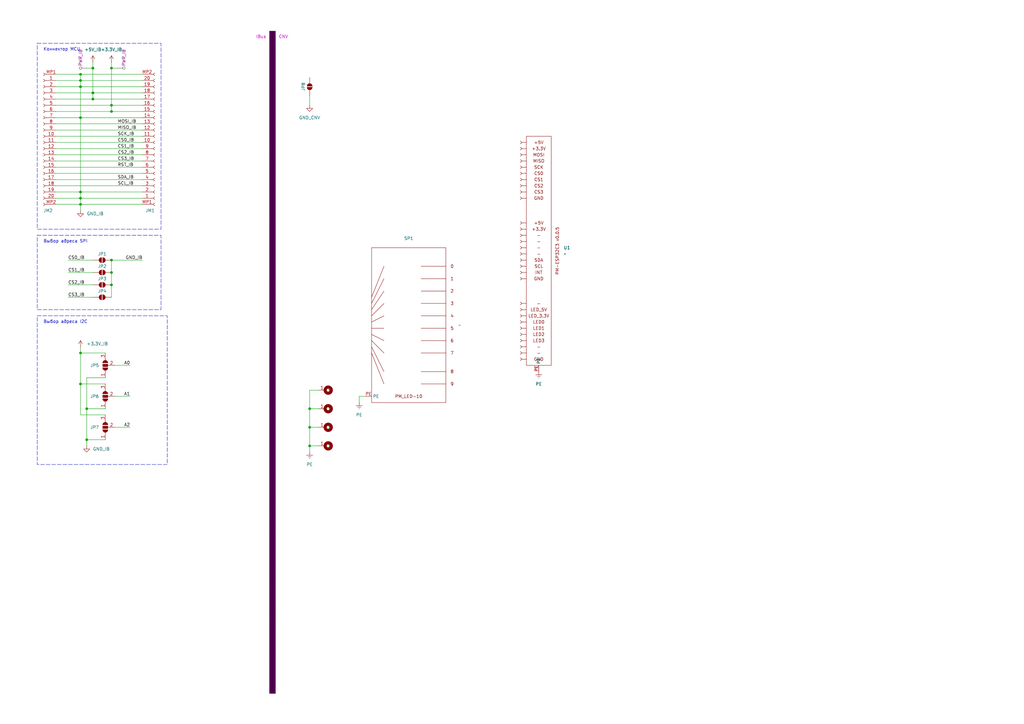
<source format=kicad_sch>
(kicad_sch (version 20250114) (generator "eeschema") (generator_version "9.0")
  (paper "A3")
  (title_block (title "${article} v${version}"))
  (lib_symbols
    (symbol "Jumper:SolderJumper_2_Open" (pin_numbers (hide yes)) (pin_names (offset 0) (hide yes)) (exclude_from_sim yes) (in_bom no)
      (property "Reference" "JP" (at 0 2.032 0))
      (property "Value" "SolderJumper_2_Open" (at 0 -2.54 0))
      (symbol "SolderJumper_2_Open_0_1"
        (polyline (pts (xy -0.254 1.016) (xy -0.254 -1.016)))
        (arc (start -0.254 -1.016) (mid -1.2656 0) (end -0.254 1.016))
        (arc (start -0.254 -1.016) (mid -1.2656 0) (end -0.254 1.016) (fill (type outline)))
        (arc (start 0.254 1.016) (mid 1.2656 0) (end 0.254 -1.016))
        (arc (start 0.254 1.016) (mid 1.2656 0) (end 0.254 -1.016) (fill (type outline)))
        (polyline (pts (xy 0.254 1.016) (xy 0.254 -1.016)))
      )
      (symbol "SolderJumper_2_Open_1_1"
        (pin passive line (at -3.81 0 0) (length 2.54) (name "A") (number "1"))
        (pin passive line (at 3.81 0 180) (length 2.54) (name "B") (number "2"))
      )
    )
    (symbol "kicad_inventree_lib:AFA07-S20FCC-00" (pin_names (offset 1.016) (hide yes))
      (property "Reference" "J" (at 0 15.24 0))
      (property "Value" "AFA07-S20FCC-00" (at -1.016 -48.768 0))
      (symbol "AFA07-S20FCC-00_1_1"
        (polyline (pts (xy -1.27 12.7) (xy -0.508 12.7)) (stroke (width 0.1524)))
        (polyline (pts (xy -1.27 10.16) (xy -0.508 10.16)) (stroke (width 0.1524)))
        (polyline (pts (xy -1.27 7.62) (xy -0.508 7.62)) (stroke (width 0.1524)))
        (polyline (pts (xy -1.27 5.08) (xy -0.508 5.08)) (stroke (width 0.1524)))
        (polyline (pts (xy -1.27 2.54) (xy -0.508 2.54)) (stroke (width 0.1524)))
        (polyline (pts (xy -1.27 0) (xy -0.508 0)) (stroke (width 0.1524)))
        (polyline (pts (xy -1.27 -2.54) (xy -0.508 -2.54)) (stroke (width 0.1524)))
        (polyline (pts (xy -1.27 -5.08) (xy -0.508 -5.08)) (stroke (width 0.1524)))
        (polyline (pts (xy -1.27 -7.62) (xy -0.508 -7.62)) (stroke (width 0.1524)))
        (polyline (pts (xy -1.27 -10.16) (xy -0.508 -10.16)) (stroke (width 0.1524)))
        (polyline (pts (xy -1.27 -12.7) (xy -0.508 -12.7)) (stroke (width 0.1524)))
        (polyline (pts (xy -1.27 -15.24) (xy -0.508 -15.24)) (stroke (width 0.1524)))
        (polyline (pts (xy -1.27 -17.78) (xy -0.508 -17.78)) (stroke (width 0.1524)))
        (polyline (pts (xy -1.27 -20.32) (xy -0.508 -20.32)) (stroke (width 0.1524)))
        (polyline (pts (xy -1.27 -22.86) (xy -0.508 -22.86)) (stroke (width 0.1524)))
        (polyline (pts (xy -1.27 -25.4) (xy -0.508 -25.4)) (stroke (width 0.1524)))
        (polyline (pts (xy -1.27 -27.94) (xy -0.508 -27.94)) (stroke (width 0.1524)))
        (polyline (pts (xy -1.27 -30.48) (xy -0.508 -30.48)) (stroke (width 0.1524)))
        (polyline (pts (xy -1.27 -33.02) (xy -0.508 -33.02)) (stroke (width 0.1524)))
        (polyline (pts (xy -1.27 -35.56) (xy -0.508 -35.56)) (stroke (width 0.1524)))
        (polyline (pts (xy -1.27 -38.1) (xy -0.508 -38.1)) (stroke (width 0.1524)))
        (polyline (pts (xy -1.27 -40.64) (xy -0.508 -40.64)) (stroke (width 0.1524)))
        (arc (start 0 12.192) (mid -0.5058 12.7) (end 0 13.208) (stroke (width 0.1524)))
        (arc (start 0 9.652) (mid -0.5058 10.16) (end 0 10.668) (stroke (width 0.1524)))
        (arc (start 0 7.112) (mid -0.5058 7.62) (end 0 8.128) (stroke (width 0.1524)))
        (arc (start 0 4.572) (mid -0.5058 5.08) (end 0 5.588) (stroke (width 0.1524)))
        (arc (start 0 2.032) (mid -0.5058 2.54) (end 0 3.048) (stroke (width 0.1524)))
        (arc (start 0 -0.508) (mid -0.5058 0) (end 0 0.508) (stroke (width 0.1524)))
        (arc (start 0 -3.048) (mid -0.5058 -2.54) (end 0 -2.032) (stroke (width 0.1524)))
        (arc (start 0 -5.588) (mid -0.5058 -5.08) (end 0 -4.572) (stroke (width 0.1524)))
        (arc (start 0 -8.128) (mid -0.5058 -7.62) (end 0 -7.112) (stroke (width 0.1524)))
        (arc (start 0 -10.668) (mid -0.5058 -10.16) (end 0 -9.652) (stroke (width 0.1524)))
        (arc (start 0 -13.208) (mid -0.5058 -12.7) (end 0 -12.192) (stroke (width 0.1524)))
        (arc (start 0 -15.748) (mid -0.5058 -15.24) (end 0 -14.732) (stroke (width 0.1524)))
        (arc (start 0 -18.288) (mid -0.5058 -17.78) (end 0 -17.272) (stroke (width 0.1524)))
        (arc (start 0 -20.828) (mid -0.5058 -20.32) (end 0 -19.812) (stroke (width 0.1524)))
        (arc (start 0 -23.368) (mid -0.5058 -22.86) (end 0 -22.352) (stroke (width 0.1524)))
        (arc (start 0 -25.908) (mid -0.5058 -25.4) (end 0 -24.892) (stroke (width 0.1524)))
        (arc (start 0 -28.448) (mid -0.5058 -27.94) (end 0 -27.432) (stroke (width 0.1524)))
        (arc (start 0 -30.988) (mid -0.5058 -30.48) (end 0 -29.972) (stroke (width 0.1524)))
        (arc (start 0 -33.528) (mid -0.5058 -33.02) (end 0 -32.512) (stroke (width 0.1524)))
        (arc (start 0 -36.068) (mid -0.5058 -35.56) (end 0 -35.052) (stroke (width 0.1524)))
        (arc (start 0 -38.608) (mid -0.5058 -38.1) (end 0 -37.592) (stroke (width 0.1524)))
        (arc (start 0 -41.148) (mid -0.5058 -40.64) (end 0 -40.132) (stroke (width 0.1524)))
        (pin passive line (at -5.08 12.7 0) (length 3.81) (name "Pin_11") (number "MP1"))
        (pin passive line (at -5.08 10.16 0) (length 3.81) (name "Pin_1") (number "1"))
        (pin passive line (at -5.08 7.62 0) (length 3.81) (name "Pin_2") (number "2"))
        (pin passive line (at -5.08 5.08 0) (length 3.81) (name "Pin_3") (number "3"))
        (pin passive line (at -5.08 2.54 0) (length 3.81) (name "Pin_4") (number "4"))
        (pin passive line (at -5.08 0 0) (length 3.81) (name "Pin_5") (number "5"))
        (pin passive line (at -5.08 -2.54 0) (length 3.81) (name "Pin_6") (number "6"))
        (pin passive line (at -5.08 -5.08 0) (length 3.81) (name "Pin_7") (number "7"))
        (pin passive line (at -5.08 -7.62 0) (length 3.81) (name "Pin_8") (number "8"))
        (pin passive line (at -5.08 -10.16 0) (length 3.81) (name "Pin_9") (number "9"))
        (pin passive line (at -5.08 -12.7 0) (length 3.81) (name "Pin_10") (number "10"))
        (pin passive line (at -5.08 -15.24 0) (length 3.81) (name "Pin_11") (number "11"))
        (pin passive line (at -5.08 -17.78 0) (length 3.81) (name "Pin_11") (number "12"))
        (pin passive line (at -5.08 -20.32 0) (length 3.81) (name "Pin_11") (number "13"))
        (pin passive line (at -5.08 -22.86 0) (length 3.81) (name "Pin_11") (number "14"))
        (pin passive line (at -5.08 -25.4 0) (length 3.81) (name "Pin_11") (number "15"))
        (pin passive line (at -5.08 -27.94 0) (length 3.81) (name "Pin_11") (number "16"))
        (pin passive line (at -5.08 -30.48 0) (length 3.81) (name "Pin_11") (number "17"))
        (pin passive line (at -5.08 -33.02 0) (length 3.81) (name "Pin_11") (number "18"))
        (pin passive line (at -5.08 -35.56 0) (length 3.81) (name "Pin_11") (number "19"))
        (pin passive line (at -5.08 -38.1 0) (length 3.81) (name "Pin_11") (number "20"))
        (pin passive line (at -5.08 -40.64 0) (length 3.81) (name "Pin_11") (number "MP2"))
      )
    )
    (symbol "kicad_inventree_lib:MountingHole_M4" (pin_names (offset 1.016)) (exclude_from_sim yes) (in_bom no)
      (symbol "MountingHole_M4_0_1"
        (circle (center 0 0) (radius 1.27) (stroke (width 1.27)))
      )
      (symbol "MountingHole_M4_1_1"
        (pin input line (at 0 -3.81 90) (length 2.54) (name "1") (number "1"))
      )
    )
    (symbol "kicad_inventree_lib:PM-ESP32C3_v0.0.7" (in_bom no)
      (property "Reference" "U" (at 10.16 -49.53 0))
      (symbol "PM-ESP32C3_v0.0.7_0_1"
        (rectangle (start -5.08 -2.54) (end 5.08 -96.52))
      )
      (symbol "PM-ESP32C3_v0.0.7_1_1"
        (arc (start -7.6178 -4.572) (mid -7.112 -5.08) (end -7.6178 -5.588) (stroke (width 0.1524)))
        (arc (start -7.6178 -7.112) (mid -7.112 -7.62) (end -7.6178 -8.128) (stroke (width 0.1524)))
        (arc (start -7.6178 -9.652) (mid -7.112 -10.16) (end -7.6178 -10.668) (stroke (width 0.1524)))
        (arc (start -7.6178 -12.192) (mid -7.112 -12.7) (end -7.6178 -13.208) (stroke (width 0.1524)))
        (arc (start -7.6178 -14.732) (mid -7.112 -15.24) (end -7.6178 -15.748) (stroke (width 0.1524)))
        (arc (start -7.6178 -17.272) (mid -7.112 -17.78) (end -7.6178 -18.288) (stroke (width 0.1524)))
        (arc (start -7.6178 -19.812) (mid -7.112 -20.32) (end -7.6178 -20.828) (stroke (width 0.1524)))
        (arc (start -7.6178 -22.352) (mid -7.112 -22.86) (end -7.6178 -23.368) (stroke (width 0.1524)))
        (arc (start -7.6178 -24.892) (mid -7.112 -25.4) (end -7.6178 -25.908) (stroke (width 0.1524)))
        (arc (start -7.6178 -27.432) (mid -7.112 -27.94) (end -7.6178 -28.448) (stroke (width 0.1524)))
        (arc (start -7.6178 -37.592) (mid -7.112 -38.1) (end -7.6178 -38.608) (stroke (width 0.1524)))
        (arc (start -7.6178 -40.132) (mid -7.112 -40.64) (end -7.6178 -41.148) (stroke (width 0.1524)))
        (arc (start -7.6178 -42.672) (mid -7.112 -43.18) (end -7.6178 -43.688) (stroke (width 0.1524)))
        (arc (start -7.6178 -45.212) (mid -7.112 -45.72) (end -7.6178 -46.228) (stroke (width 0.1524)))
        (arc (start -7.6178 -47.752) (mid -7.112 -48.26) (end -7.6178 -48.768) (stroke (width 0.1524)))
        (arc (start -7.6178 -50.292) (mid -7.112 -50.8) (end -7.6178 -51.308) (stroke (width 0.1524)))
        (arc (start -7.6178 -52.832) (mid -7.112 -53.34) (end -7.6178 -53.848) (stroke (width 0.1524)))
        (arc (start -7.6178 -55.372) (mid -7.112 -55.88) (end -7.6178 -56.388) (stroke (width 0.1524)))
        (arc (start -7.6178 -57.912) (mid -7.112 -58.42) (end -7.6178 -58.928) (stroke (width 0.1524)))
        (arc (start -7.6178 -60.452) (mid -7.112 -60.96) (end -7.6178 -61.468) (stroke (width 0.1524)))
        (arc (start -7.6178 -70.612) (mid -7.112 -71.12) (end -7.6178 -71.628) (stroke (width 0.1524)))
        (arc (start -7.6178 -73.152) (mid -7.112 -73.66) (end -7.6178 -74.168) (stroke (width 0.1524)))
        (arc (start -7.6178 -75.692) (mid -7.112 -76.2) (end -7.6178 -76.708) (stroke (width 0.1524)))
        (arc (start -7.6178 -78.232) (mid -7.112 -78.74) (end -7.6178 -79.248) (stroke (width 0.1524)))
        (arc (start -7.6178 -80.772) (mid -7.112 -81.28) (end -7.6178 -81.788) (stroke (width 0.1524)))
        (arc (start -7.6178 -83.312) (mid -7.112 -83.82) (end -7.6178 -84.328) (stroke (width 0.1524)))
        (arc (start -7.6178 -85.852) (mid -7.112 -86.36) (end -7.6178 -86.868) (stroke (width 0.1524)))
        (arc (start -7.6178 -88.392) (mid -7.112 -88.9) (end -7.6178 -89.408) (stroke (width 0.1524)))
        (arc (start -7.6178 -90.932) (mid -7.112 -91.44) (end -7.6178 -91.948) (stroke (width 0.1524)))
        (arc (start -7.6178 -93.472) (mid -7.112 -93.98) (end -7.6178 -94.488) (stroke (width 0.1524)))
        (polyline (pts (xy -5.08 -5.08) (xy -7.1098 -5.08)) (stroke (width 0.1524)))
        (polyline (pts (xy -5.08 -7.62) (xy -7.1098 -7.62)) (stroke (width 0.1524)))
        (polyline (pts (xy -5.08 -10.16) (xy -7.1098 -10.16)) (stroke (width 0.1524)))
        (polyline (pts (xy -5.08 -12.7) (xy -7.1098 -12.7)) (stroke (width 0.1524)))
        (polyline (pts (xy -5.08 -15.24) (xy -7.1098 -15.24)) (stroke (width 0.1524)))
        (polyline (pts (xy -5.08 -17.78) (xy -7.1098 -17.78)) (stroke (width 0.1524)))
        (polyline (pts (xy -5.08 -20.32) (xy -7.1098 -20.32)) (stroke (width 0.1524)))
        (polyline (pts (xy -5.08 -22.86) (xy -7.1098 -22.86)) (stroke (width 0.1524)))
        (polyline (pts (xy -5.08 -25.4) (xy -7.1098 -25.4)) (stroke (width 0.1524)))
        (polyline (pts (xy -5.08 -27.94) (xy -7.1098 -27.94)) (stroke (width 0.1524)))
        (polyline (pts (xy -5.08 -38.1) (xy -7.1098 -38.1)) (stroke (width 0.1524)))
        (polyline (pts (xy -5.08 -40.64) (xy -7.1098 -40.64)) (stroke (width 0.1524)))
        (polyline (pts (xy -5.08 -43.18) (xy -7.1098 -43.18)) (stroke (width 0.1524)))
        (polyline (pts (xy -5.08 -45.72) (xy -7.1098 -45.72)) (stroke (width 0.1524)))
        (polyline (pts (xy -5.08 -48.26) (xy -7.1098 -48.26)) (stroke (width 0.1524)))
        (polyline (pts (xy -5.08 -50.8) (xy -7.1098 -50.8)) (stroke (width 0.1524)))
        (polyline (pts (xy -5.08 -53.34) (xy -7.1098 -53.34)) (stroke (width 0.1524)))
        (polyline (pts (xy -5.08 -55.88) (xy -7.1098 -55.88)) (stroke (width 0.1524)))
        (polyline (pts (xy -5.08 -58.42) (xy -7.1098 -58.42)) (stroke (width 0.1524)))
        (polyline (pts (xy -5.08 -60.96) (xy -7.1098 -60.96)) (stroke (width 0.1524)))
        (polyline (pts (xy -5.08 -71.12) (xy -7.1098 -71.12)) (stroke (width 0.1524)))
        (polyline (pts (xy -5.08 -73.66) (xy -7.1098 -73.66)) (stroke (width 0.1524)))
        (polyline (pts (xy -5.08 -76.2) (xy -7.1098 -76.2)) (stroke (width 0.1524)))
        (polyline (pts (xy -5.08 -78.74) (xy -7.1098 -78.74)) (stroke (width 0.1524)))
        (polyline (pts (xy -5.08 -81.28) (xy -7.1098 -81.28)) (stroke (width 0.1524)))
        (polyline (pts (xy -5.08 -83.82) (xy -7.1098 -83.82)) (stroke (width 0.1524)))
        (polyline (pts (xy -5.08 -86.36) (xy -7.1098 -86.36)) (stroke (width 0.1524)))
        (polyline (pts (xy -5.08 -88.9) (xy -7.1098 -88.9)) (stroke (width 0.1524)))
        (polyline (pts (xy -5.08 -91.44) (xy -7.1098 -91.44)) (stroke (width 0.1524)))
        (polyline (pts (xy -5.08 -93.98) (xy -7.1098 -93.98)) (stroke (width 0.1524)))
        (text "+5V" (at 0 -5.08 0) (effects (font (size 1.27 1.27))))
        (text "+3.3V" (at 0 -7.62 0) (effects (font (size 1.27 1.27))))
        (text "MOSI" (at 0 -10.16 0) (effects (font (size 1.27 1.27))))
        (text "MISO" (at 0 -12.7 0) (effects (font (size 1.27 1.27))))
        (text "SCK" (at 0 -15.24 0) (effects (font (size 1.27 1.27))))
        (text "CS0" (at 0 -17.78 0) (effects (font (size 1.27 1.27))))
        (text "CS1" (at 0 -20.32 0) (effects (font (size 1.27 1.27))))
        (text "CS2" (at 0 -22.86 0) (effects (font (size 1.27 1.27))))
        (text "CS3" (at 0 -25.4 0) (effects (font (size 1.27 1.27))))
        (text "GND" (at 0 -27.94 0) (effects (font (size 1.27 1.27))))
        (text "+5V" (at 0 -38.1 0) (effects (font (size 1.27 1.27))))
        (text "+3.3V" (at 0 -40.64 0) (effects (font (size 1.27 1.27))))
        (text "-" (at 0 -43.18 0) (effects (font (size 1.27 1.27))))
        (text "-" (at 0 -45.72 0) (effects (font (size 1.27 1.27))))
        (text "-" (at 0 -48.26 0) (effects (font (size 1.27 1.27))))
        (text "-" (at 0 -50.8 0) (effects (font (size 1.27 1.27))))
        (text "SDA" (at 0 -53.34 0) (effects (font (size 1.27 1.27))))
        (text "SCL" (at 0 -55.88 0) (effects (font (size 1.27 1.27))))
        (text "INT" (at 0 -58.42 0) (effects (font (size 1.27 1.27))))
        (text "GND" (at 0 -60.96 0) (effects (font (size 1.27 1.27))))
        (text "-" (at 0 -71.12 0) (effects (font (size 1.27 1.27))))
        (text "LED_5V" (at 0 -73.66 0) (effects (font (size 1.27 1.27))))
        (text "LED_3.3V" (at 0 -76.2 0) (effects (font (size 1.27 1.27))))
        (text "LED0" (at 0 -78.74 0) (effects (font (size 1.27 1.27))))
        (text "LED1" (at 0 -81.28 0) (effects (font (size 1.27 1.27))))
        (text "LED2" (at 0 -83.82 0) (effects (font (size 1.27 1.27))))
        (text "LED3" (at 0 -86.36 0) (effects (font (size 1.27 1.27))))
        (text "-" (at 0 -88.9 0) (effects (font (size 1.27 1.27))))
        (text "-" (at 0 -91.44 0) (effects (font (size 1.27 1.27))))
        (text "GND" (at 0 -93.98 0) (effects (font (size 1.27 1.27))))
        (text "PM-ESP32C3 v0.0.5" (at 7.62 -49.53 900) (effects (font (size 1.27 1.27))))
        (pin input line (at 0 -99.06 90) (length 2.54) (name "PE") (number "PE"))
      )
    )
    (symbol "kicad_inventree_lib:PMLED-10-v0.0.2"
      (property "Reference" "SP" (at 0 3.81 0))
      (symbol "PMLED-10-v0.0.2_0_1"
        (rectangle (start -15.24 0) (end 15.24 -63.5))
        (polyline (pts (xy -15.24 -20.32) (xy -10.16 -7.62)))
        (polyline (pts (xy -15.24 -22.86) (xy -10.16 -12.7)))
        (polyline (pts (xy -15.24 -25.4) (xy -10.16 -17.78)))
        (polyline (pts (xy -15.24 -27.94) (xy -10.16 -22.86)))
        (polyline (pts (xy -15.24 -30.48) (xy -10.16 -27.94)))
        (polyline (pts (xy -15.24 -33.02) (xy -10.16 -33.02)))
        (polyline (pts (xy -15.24 -35.56) (xy -10.16 -38.1)))
        (polyline (pts (xy -15.24 -38.1) (xy -10.16 -43.18)))
        (polyline (pts (xy -15.24 -40.64) (xy -10.16 -50.8)))
        (polyline (pts (xy -15.24 -43.18) (xy -10.16 -55.88)))
        (polyline (pts (xy 5.08 -7.62) (xy 15.24 -7.62)))
        (polyline (pts (xy 5.08 -12.7) (xy 15.24 -12.7)))
        (polyline (pts (xy 5.08 -17.78) (xy 15.24 -17.78)))
        (polyline (pts (xy 5.08 -22.86) (xy 15.24 -22.86)))
        (polyline (pts (xy 5.08 -27.94) (xy 15.24 -27.94)))
        (polyline (pts (xy 5.08 -33.02) (xy 15.24 -33.02)))
        (polyline (pts (xy 5.08 -38.1) (xy 15.24 -38.1)))
        (polyline (pts (xy 5.08 -43.18) (xy 15.24 -43.18)))
        (polyline (pts (xy 5.08 -50.8) (xy 15.24 -50.8)))
        (polyline (pts (xy 5.08 -55.88) (xy 15.24 -55.88)))
      )
      (symbol "PMLED-10-v0.0.2_1_1"
        (text "PM_LED-10" (at 0 -60.96 0) (effects (font (size 1.27 1.27))))
        (text "0" (at 17.78 -7.62 0) (effects (font (size 1.27 1.27))))
        (text "1" (at 17.78 -12.7 0) (effects (font (size 1.27 1.27))))
        (text "2" (at 17.78 -17.78 0) (effects (font (size 1.27 1.27))))
        (text "3" (at 17.78 -22.86 0) (effects (font (size 1.27 1.27))))
        (text "4" (at 17.78 -27.94 0) (effects (font (size 1.27 1.27))))
        (text "5" (at 17.78 -33.02 0) (effects (font (size 1.27 1.27))))
        (text "6" (at 17.78 -38.1 0) (effects (font (size 1.27 1.27))))
        (text "7" (at 17.78 -43.18 0) (effects (font (size 1.27 1.27))))
        (text "8" (at 17.78 -50.8 0) (effects (font (size 1.27 1.27))))
        (text "9" (at 17.78 -55.88 0) (effects (font (size 1.27 1.27))))
        (pin input line (at -17.78 -60.96 0) (length 2.54) (name "PE") (number "PE"))
      )
    )
    (symbol "kicad_inventree_lib:SolderJumper_3_Open" (pin_names (offset 0) (hide yes)) (in_bom no)
      (property "Reference" "JP" (at -2.54 -2.54 0))
      (property "Value" "SolderJumper_3_Open" (at 0 2.794 0))
      (symbol "SolderJumper_3_Open_0_1"
        (polyline (pts (xy -2.54 0) (xy -2.032 0)))
        (polyline (pts (xy -1.016 1.016) (xy -1.016 -1.016)))
        (arc (start -1.016 -1.016) (mid -2.0276 0) (end -1.016 1.016))
        (arc (start -1.016 -1.016) (mid -2.0276 0) (end -1.016 1.016) (fill (type outline)))
        (rectangle (start -0.508 1.016) (end 0.508 -1.016) (fill (type outline)))
        (polyline (pts (xy 0 -1.27) (xy 0 -1.016)))
        (arc (start 1.016 1.016) (mid 2.0276 0) (end 1.016 -1.016))
        (arc (start 1.016 1.016) (mid 2.0276 0) (end 1.016 -1.016) (fill (type outline)))
        (polyline (pts (xy 1.016 1.016) (xy 1.016 -1.016)))
        (polyline (pts (xy 2.54 0) (xy 2.032 0)))
      )
      (symbol "SolderJumper_3_Open_1_1"
        (pin passive line (at -5.08 0 0) (length 2.54) (name "A") (number "1"))
        (pin passive line (at 0 -3.81 90) (length 2.54) (name "C") (number "2"))
        (pin passive line (at 5.08 0 180) (length 2.54) (name "B") (number "3"))
      )
    )
    (symbol "power:+5V" (power) (pin_numbers (hide yes)) (pin_names (offset 0) (hide yes))
      (property "Value" "+5V" (at 0 3.556 0))
      (symbol "+5V_0_1"
        (polyline (pts (xy -0.762 1.27) (xy 0 2.54)))
        (polyline (pts (xy 0 2.54) (xy 0.762 1.27)))
        (polyline (pts (xy 0 0) (xy 0 2.54)))
      )
      (symbol "+5V_1_1"
        (pin power_in line (at 0 0 90) (length 0) (name "~") (number "1"))
      )
    )
    (symbol "power:Earth" (power) (pin_numbers (hide yes)) (pin_names (offset 0) (hide yes))
      (property "Value" "Earth" (at 0 -3.81 0))
      (symbol "Earth_0_1"
        (polyline (pts (xy -0.635 -1.905) (xy 0.635 -1.905)))
        (polyline (pts (xy -0.127 -2.54) (xy 0.127 -2.54)))
        (polyline (pts (xy 0 -1.27) (xy 0 0)))
        (polyline (pts (xy 1.27 -1.27) (xy -1.27 -1.27)))
      )
      (symbol "Earth_1_1"
        (pin power_in line (at 0 0 270) (length 0) (name "~") (number "1"))
      )
    )
    (symbol "power:GND" (power) (pin_numbers (hide yes)) (pin_names (offset 0) (hide yes))
      (property "Value" "GND" (at 0 -3.81 0))
      (symbol "GND_0_1"
        (polyline (pts (xy 0 0) (xy 0 -1.27) (xy 1.27 -1.27) (xy 0 -2.54) (xy -1.27 -1.27) (xy 0 -1.27)))
      )
      (symbol "GND_1_1"
        (pin power_in line (at 0 0 270) (length 0) (name "~") (number "1"))
      )
    )
  )
  (rectangle (start 110.49 12.7) (end 113.03 284.48) (stroke (width 0) (type dot) (color 72 0 72 1)) (fill (type color) (color 72 0 72 1)))
  (rectangle (start 15.24 17.78) (end 66.04 93.98) (stroke (width 0) (type dash)))
  (rectangle (start 15.24 129.54) (end 68.58 190.5) (stroke (width 0) (type dash)))
  (rectangle (start 15.24 96.52) (end 66.04 127) (stroke (width 0) (type dash)))
  (text "IBus" (at 109.22 15.24 0) (effects (font (size 1.27 1.27)) (justify right)))
  (text "Выбор адреса I2C" (at 17.78 132.08 0) (effects (font (size 1.27 1.27)) (justify left)))
  (text "CNV" (at 114.3 15.24 0) (effects (font (size 1.27 1.27)) (justify left)))
  (text "Выбор адреса SPI" (at 17.78 99.06 0) (effects (font (size 1.27 1.27)) (justify left)))
  (text "Коннектор MCU" (at 17.78 20.32 0) (effects (font (size 1.27 1.27)) (justify left)))
  (junction (at 38.1 38.1))
  (junction (at 33.02 35.56))
  (junction (at 127 175.26))
  (junction (at 127 182.88))
  (junction (at 45.72 116.84))
  (junction (at 35.56 180.34))
  (junction (at 45.72 45.72))
  (junction (at 33.02 157.48))
  (junction (at 33.02 144.78))
  (junction (at 33.02 83.82))
  (junction (at 33.02 33.02))
  (junction (at 127 167.64))
  (junction (at 45.72 27.94))
  (junction (at 33.02 48.26))
  (junction (at 45.72 111.76))
  (junction (at 45.72 106.68))
  (junction (at 35.56 167.64))
  (junction (at 33.02 78.74))
  (junction (at 33.02 30.48))
  (junction (at 38.1 27.94))
  (junction (at 45.72 43.18))
  (junction (at 33.02 81.28))
  (junction (at 38.1 40.64))
  (wire (pts (xy 127 182.88) (xy 130.81 182.88)))
  (wire (pts (xy 33.02 35.56) (xy 33.02 48.26)))
  (wire (pts (xy 22.86 71.12) (xy 58.42 71.12)))
  (wire (pts (xy 45.72 111.76) (xy 45.72 116.84)))
  (wire (pts (xy 33.02 83.82) (xy 58.42 83.82)))
  (wire (pts (xy 43.18 157.48) (xy 33.02 157.48)))
  (wire (pts (xy 22.86 38.1) (xy 38.1 38.1)))
  (wire (pts (xy 27.94 111.76) (xy 38.1 111.76)))
  (wire (pts (xy 38.1 38.1) (xy 38.1 40.64)))
  (wire (pts (xy 33.02 157.48) (xy 33.02 144.78)))
  (wire (pts (xy 22.86 35.56) (xy 33.02 35.56)))
  (wire (pts (xy 22.86 55.88) (xy 58.42 55.88)))
  (wire (pts (xy 27.94 121.92) (xy 38.1 121.92)))
  (wire (pts (xy 22.86 53.34) (xy 58.42 53.34)))
  (wire (pts (xy 33.02 81.28) (xy 33.02 83.82)))
  (wire (pts (xy 43.18 167.64) (xy 35.56 167.64)))
  (wire (pts (xy 33.02 81.28) (xy 58.42 81.28)))
  (wire (pts (xy 33.02 78.74) (xy 58.42 78.74)))
  (wire (pts (xy 33.02 78.74) (xy 33.02 81.28)))
  (wire (pts (xy 38.1 40.64) (xy 58.42 40.64)))
  (wire (pts (xy 22.86 78.74) (xy 33.02 78.74)))
  (wire (pts (xy 45.72 27.94) (xy 45.72 43.18)))
  (wire (pts (xy 38.1 25.4) (xy 38.1 27.94)))
  (wire (pts (xy 35.56 180.34) (xy 35.56 182.88)))
  (wire (pts (xy 130.81 160.02) (xy 127 160.02)))
  (wire (pts (xy 22.86 68.58) (xy 58.42 68.58)))
  (wire (pts (xy 33.02 33.02) (xy 58.42 33.02)))
  (wire (pts (xy 33.02 170.18) (xy 33.02 157.48)))
  (wire (pts (xy 22.86 58.42) (xy 58.42 58.42)))
  (wire (pts (xy 130.81 175.26) (xy 127 175.26)))
  (wire (pts (xy 33.02 48.26) (xy 58.42 48.26)))
  (wire (pts (xy 45.72 106.68) (xy 58.42 106.68)))
  (wire (pts (xy 22.86 73.66) (xy 58.42 73.66)))
  (wire (pts (xy 22.86 76.2) (xy 58.42 76.2)))
  (wire (pts (xy 33.02 83.82) (xy 33.02 86.36)))
  (wire (pts (xy 22.86 60.96) (xy 58.42 60.96)))
  (wire (pts (xy 43.18 170.18) (xy 33.02 170.18)))
  (wire (pts (xy 22.86 30.48) (xy 33.02 30.48)))
  (wire (pts (xy 27.94 116.84) (xy 38.1 116.84)))
  (wire (pts (xy 43.18 180.34) (xy 35.56 180.34)))
  (wire (pts (xy 33.02 30.48) (xy 58.42 30.48)))
  (wire (pts (xy 45.72 45.72) (xy 58.42 45.72)))
  (wire (pts (xy 22.86 81.28) (xy 33.02 81.28)))
  (wire (pts (xy 147.32 162.56) (xy 147.32 165.1)))
  (wire (pts (xy 22.86 45.72) (xy 45.72 45.72)))
  (wire (pts (xy 22.86 50.8) (xy 58.42 50.8)))
  (wire (pts (xy 130.81 167.64) (xy 127 167.64)))
  (wire (pts (xy 38.1 38.1) (xy 58.42 38.1)))
  (wire (pts (xy 33.02 142.24) (xy 33.02 144.78)))
  (wire (pts (xy 35.56 154.94) (xy 35.56 167.64)))
  (wire (pts (xy 127 160.02) (xy 127 167.64)))
  (wire (pts (xy 45.72 106.68) (xy 45.72 111.76)))
  (wire (pts (xy 22.86 48.26) (xy 33.02 48.26)))
  (wire (pts (xy 43.18 154.94) (xy 35.56 154.94)))
  (wire (pts (xy 127 185.42) (xy 127 182.88)))
  (wire (pts (xy 33.02 33.02) (xy 33.02 35.56)))
  (wire (pts (xy 22.86 40.64) (xy 38.1 40.64)))
  (wire (pts (xy 22.86 43.18) (xy 45.72 43.18)))
  (wire (pts (xy 33.02 48.26) (xy 33.02 78.74)))
  (wire (pts (xy 38.1 27.94) (xy 38.1 38.1)))
  (wire (pts (xy 45.72 43.18) (xy 45.72 45.72)))
  (wire (pts (xy 22.86 33.02) (xy 33.02 33.02)))
  (wire (pts (xy 46.99 175.26) (xy 53.34 175.26)))
  (wire (pts (xy 149.86 162.56) (xy 147.32 162.56)))
  (wire (pts (xy 33.02 35.56) (xy 58.42 35.56)))
  (wire (pts (xy 46.99 149.86) (xy 53.34 149.86)))
  (wire (pts (xy 45.72 25.4) (xy 45.72 27.94)))
  (wire (pts (xy 45.72 116.84) (xy 45.72 121.92)))
  (wire (pts (xy 22.86 83.82) (xy 33.02 83.82)))
  (wire (pts (xy 22.86 66.04) (xy 58.42 66.04)))
  (wire (pts (xy 46.99 162.56) (xy 53.34 162.56)))
  (wire (pts (xy 27.94 106.68) (xy 38.1 106.68)))
  (wire (pts (xy 35.56 27.94) (xy 38.1 27.94)))
  (wire (pts (xy 22.86 63.5) (xy 58.42 63.5)))
  (wire (pts (xy 35.56 167.64) (xy 35.56 180.34)))
  (wire (pts (xy 33.02 30.48) (xy 33.02 33.02)))
  (wire (pts (xy 33.02 144.78) (xy 43.18 144.78)))
  (wire (pts (xy 127 167.64) (xy 127 175.26)))
  (wire (pts (xy 127 39.37) (xy 127 43.18)))
  (wire (pts (xy 45.72 43.18) (xy 58.42 43.18)))
  (wire (pts (xy 48.26 27.94) (xy 45.72 27.94)))
  (wire (pts (xy 127 175.26) (xy 127 182.88)))
  (label "SCL_IB" (at 48.26 76.2 0))
  (label "SDA_IB" (at 48.26 73.66 0))
  (label "CS3_IB" (at 27.94 121.92 0))
  (label "A1" (at 53.34 162.56 180))
  (label "CS0_IB" (at 27.94 106.68 0))
  (label "A2" (at 53.34 175.26 180))
  (label "CS2_IB" (at 27.94 116.84 0))
  (label "CS0_IB" (at 48.26 58.42 0))
  (label "MISO_IB" (at 48.26 53.34 0))
  (label "GND_IB" (at 58.42 106.68 180))
  (label "MOSI_IB" (at 48.26 50.8 0))
  (label "A0" (at 53.34 149.86 180))
  (label "CS1_IB" (at 48.26 60.96 0))
  (label "CS3_IB" (at 48.26 66.04 0))
  (label "SCK_IB" (at 48.26 55.88 0))
  (label "CS2_IB" (at 48.26 63.5 0))
  (label "CS1_IB" (at 27.94 111.76 0))
  (label "RST_IB" (at 48.26 68.58 0))
  (netclass_flag "" (length 2.54) (shape round) (at 35.56 27.94 90) (property "Netclass" "PWR_IB" (at 33.02 27.2415 90) (effects (font (italic yes)) (justify left))))
  (netclass_flag "" (length 2.54) (shape round) (at 48.26 27.94 270) (property "Netclass" "PWR_IB" (at 50.8 27.2415 90) (effects (font (italic yes)) (justify left))))
  (symbol (lib_id "power:GND") (at 127 43.18 0) (unit 1)
    (property "Reference" "#PWR06" (effects (hide yes)))
    (property "Value" "GND_CNV" (at 127 48.26 0))
    (property "Description" "Power symbol creates a global label with name \"GND\" , ground" (effects (hide yes)))
  )
  (symbol (lib_id "Jumper:SolderJumper_2_Open") (at 41.91 111.76 0) (unit 1) (exclude_from_sim yes) (in_bom no)
    (property "Reference" "JP2" (at 41.91 109.22 0))
    (property "Value" "SolderJumper_2_Open" (effects (hide yes)))
    (property "Footprint" "Jumper:SolderJumper-2_P1.3mm_Open_RoundedPad1.0x1.5mm" (effects (hide yes)))
    (property "Description" "Solder Jumper, 2-pole, open" (effects (hide yes)))
  )
  (symbol (lib_id "power:+5V") (at 45.72 25.4 0) (unit 1)
    (property "Reference" "#PWR02" (effects (hide yes)))
    (property "Value" "+3.3V_IB" (at 45.72 20.32 0))
    (property "Description" "Power symbol creates a global label with name \"+5V\"" (effects (hide yes)))
  )
  (symbol (lib_id "Jumper:SolderJumper_2_Open") (at 41.91 116.84 0) (unit 1) (exclude_from_sim yes) (in_bom no)
    (property "Reference" "JP3" (at 41.91 114.3 0))
    (property "Value" "SolderJumper_2_Open" (effects (hide yes)))
    (property "Footprint" "Jumper:SolderJumper-2_P1.3mm_Open_RoundedPad1.0x1.5mm" (effects (hide yes)))
    (property "Description" "Solder Jumper, 2-pole, open" (effects (hide yes)))
  )
  (symbol (lib_id "kicad_inventree_lib:PM-ESP32C3_v0.0.7") (at 220.98 53.34 0) (unit 1) (in_bom no)
    (property "Reference" "U1" (at 231.14 101.5999 0) (effects (justify left)))
    (property "Value" "~" (at 231.14 104.1399 0) (effects (justify left)))
    (property "Footprint" "kicad_inventree_lib:PM-ESP32C3_v0.0.7" (effects (hide yes)))
    (property "part_ipn" "PM_MCU-ESP32_C3-v0.0.7" (effects (hide yes)))
  )
  (symbol (lib_id "Jumper:SolderJumper_2_Open") (at 127 35.56 90) (unit 1) (exclude_from_sim yes) (in_bom no)
    (property "Reference" "JP8" (at 124.46 35.56 0))
    (property "Value" "SolderJumper_2_Open" (effects (hide yes)))
    (property "Footprint" "Jumper:SolderJumper-2_P1.3mm_Open_RoundedPad1.0x1.5mm" (effects (hide yes)))
    (property "Description" "Solder Jumper, 2-pole, open" (effects (hide yes)))
  )
  (symbol (lib_id "kicad_inventree_lib:MountingHole_M4") (at 134.62 160.02 270) (unit 1) (exclude_from_sim yes) (in_bom no)
    (property "Reference" "H1" (effects (hide yes)))
    (property "Value" "M4" (effects (hide yes)))
    (property "Footprint" "MountingHole:MountingHole_4.3mm_M4_Pad_Via" (effects (hide yes)))
  )
  (symbol (lib_id "kicad_inventree_lib:MountingHole_M4") (at 134.62 175.26 270) (unit 1) (exclude_from_sim yes) (in_bom no)
    (property "Reference" "H3" (effects (hide yes)))
    (property "Value" "M4" (effects (hide yes)))
    (property "Footprint" "MountingHole:MountingHole_4.3mm_M4_Pad_Via" (effects (hide yes)))
  )
  (symbol (lib_id "power:GND") (at 35.56 182.88 0) (unit 1)
    (property "Reference" "#PWR012" (effects (hide yes)))
    (property "Value" "GND_IB" (at 38.1 184.1499 0) (effects (justify left)))
    (property "Description" "Power symbol creates a global label with name \"GND\" , ground" (effects (hide yes)))
  )
  (symbol (lib_id "power:+5V") (at 38.1 25.4 0) (unit 1)
    (property "Reference" "#PWR01" (effects (hide yes)))
    (property "Value" "+5V_IB" (at 38.1 20.32 0))
    (property "Description" "Power symbol creates a global label with name \"+5V\"" (effects (hide yes)))
  )
  (symbol (lib_id "kicad_inventree_lib:SolderJumper_3_Open") (at 43.18 175.26 90) (unit 1) (in_bom no)
    (property "Reference" "JP7" (at 40.64 175.2599 90) (effects (justify left)))
    (property "Value" "SolderJumper_3_Open" (effects (hide yes)))
    (property "Footprint" "kicad_inventree_lib:SolderJumper-3_P1.3mm_Open_RoundedPad1.0x1.5mm" (effects (hide yes)))
    (property "Description" "Solder Jumper, 3-pole, open" (effects (hide yes)))
  )
  (symbol (lib_id "kicad_inventree_lib:MountingHole_M4") (at 134.62 182.88 270) (unit 1) (exclude_from_sim yes) (in_bom no)
    (property "Reference" "H4" (effects (hide yes)))
    (property "Value" "M4" (effects (hide yes)))
    (property "Footprint" "MountingHole:MountingHole_4.3mm_M4_Pad_Via" (effects (hide yes)))
  )
  (symbol (lib_id "Jumper:SolderJumper_2_Open") (at 41.91 106.68 0) (unit 1) (exclude_from_sim yes) (in_bom no)
    (property "Reference" "JP1" (at 41.91 104.14 0))
    (property "Value" "SolderJumper_2_Open" (effects (hide yes)))
    (property "Footprint" "Jumper:SolderJumper-2_P1.3mm_Open_RoundedPad1.0x1.5mm" (effects (hide yes)))
    (property "Description" "Solder Jumper, 2-pole, open" (effects (hide yes)))
  )
  (symbol (lib_id "Jumper:SolderJumper_2_Open") (at 41.91 121.92 0) (unit 1) (exclude_from_sim yes) (in_bom no)
    (property "Reference" "JP4" (at 41.91 119.38 0))
    (property "Value" "SolderJumper_2_Open" (effects (hide yes)))
    (property "Footprint" "Jumper:SolderJumper-2_P1.3mm_Open_RoundedPad1.0x1.5mm" (effects (hide yes)))
    (property "Description" "Solder Jumper, 2-pole, open" (effects (hide yes)))
  )
  (symbol (lib_id "power:GND") (at 33.02 86.36 0) (unit 1)
    (property "Reference" "#PWR03" (effects (hide yes)))
    (property "Value" "GND_IB" (at 35.56 87.6299 0) (effects (justify left)))
    (property "Description" "Power symbol creates a global label with name \"GND\" , ground" (effects (hide yes)))
  )
  (symbol (lib_id "kicad_inventree_lib:PMLED-10-v0.0.2") (at 167.64 101.6 0) (unit 1)
    (property "Reference" "SP1" (at 167.64 97.79 0))
    (property "Value" "~" (at 187.96 133.3499 0) (effects (justify left)))
    (property "Footprint" "kicad_inventree_lib:PMLED-xx-v0.0.2" (effects (hide yes)))
    (property "part_ipn" "PMLED-10-v0.0.2" (effects (hide yes)))
  )
  (symbol (lib_id "kicad_inventree_lib:SolderJumper_3_Open") (at 43.18 162.56 90) (unit 1) (in_bom no)
    (property "Reference" "JP6" (at 40.64 162.5599 90) (effects (justify left)))
    (property "Value" "SolderJumper_3_Open" (effects (hide yes)))
    (property "Footprint" "kicad_inventree_lib:SolderJumper-3_P1.3mm_Open_RoundedPad1.0x1.5mm" (effects (hide yes)))
    (property "Description" "Solder Jumper, 3-pole, open" (effects (hide yes)))
  )
  (symbol (lib_id "kicad_inventree_lib:MountingHole_M4") (at 134.62 167.64 270) (unit 1) (exclude_from_sim yes) (in_bom no)
    (property "Reference" "H2" (effects (hide yes)))
    (property "Value" "M4" (effects (hide yes)))
    (property "Footprint" "MountingHole:MountingHole_4.3mm_M4_Pad_Via" (effects (hide yes)))
  )
  (symbol (lib_id "kicad_inventree_lib:SolderJumper_3_Open") (at 43.18 149.86 90) (unit 1) (in_bom no)
    (property "Reference" "JP5" (at 40.64 149.8599 90) (effects (justify left)))
    (property "Value" "SolderJumper_3_Open" (effects (hide yes)))
    (property "Footprint" "kicad_inventree_lib:SolderJumper-3_P1.3mm_Open_RoundedPad1.0x1.5mm" (effects (hide yes)))
    (property "Description" "Solder Jumper, 3-pole, open" (effects (hide yes)))
  )
  (symbol (lib_id "power:Earth") (at 127 185.42 0) (unit 1)
    (property "Reference" "#PWR016" (effects (hide yes)))
    (property "Value" "PE" (at 127 190.5 0))
    (property "Description" "Power symbol creates a global label with name \"Earth\"" (effects (hide yes)))
  )
  (symbol (lib_id "power:Earth") (at 220.98 152.4 0) (unit 1)
    (property "Reference" "#PWR05" (effects (hide yes)))
    (property "Value" "PE" (at 220.98 157.48 0))
    (property "Description" "Power symbol creates a global label with name \"Earth\"" (effects (hide yes)))
  )
  (symbol (lib_id "kicad_inventree_lib:AFA07-S20FCC-00") (at 17.78 43.18 0) (mirror y) (unit 1)
    (property "Reference" "JM2" (at 17.78 86.36 0) (effects (justify right)))
    (property "Value" "AFA07-S20FCC-00" (effects (hide yes)))
    (property "Footprint" "kicad_inventree_lib:AFA07S20FCA00" (effects (hide yes)))
    (property "Datasheet" "http://inventree.network/web/part/329/details" (effects (hide yes)))
    (property "Description" "Slide Lock 20P Bottom Contact Surface Mount, Right Angle 1mm SMD,P=1mm,Surface Mount，Right Angle FFC, FPC (Flat Flexible) Connector Assemblies ROHS" (effects (hide yes)))
    (property "part_ipn" "AFA07-S20FCC-00" (effects (hide yes)))
  )
  (symbol (lib_id "power:Earth") (at 147.32 165.1 0) (unit 1)
    (property "Reference" "#PWR04" (effects (hide yes)))
    (property "Value" "PE" (at 147.32 170.18 0))
    (property "Description" "Power symbol creates a global label with name \"Earth\"" (effects (hide yes)))
  )
  (symbol (lib_id "kicad_inventree_lib:AFA07-S20FCC-00") (at 63.5 71.12 0) (mirror x) (unit 1)
    (property "Reference" "JM1" (at 63.5 86.36 0) (effects (justify right)))
    (property "Value" "AFA07-S20FCC-00" (effects (hide yes)))
    (property "Footprint" "kicad_inventree_lib:AFA07S20FCA00" (effects (hide yes)))
    (property "Datasheet" "http://inventree.network/web/part/329/details" (effects (hide yes)))
    (property "Description" "Slide Lock 20P Bottom Contact Surface Mount, Right Angle 1mm SMD,P=1mm,Surface Mount，Right Angle FFC, FPC (Flat Flexible) Connector Assemblies ROHS" (effects (hide yes)))
    (property "part_ipn" "AFA07-S20FCC-00" (effects (hide yes)))
  )
  (symbol (lib_id "power:+5V") (at 33.02 142.24 0) (unit 1)
    (property "Reference" "#PWR09" (effects (hide yes)))
    (property "Value" "+3.3V_IB" (at 35.56 140.9699 0) (effects (justify left)))
    (property "Description" "Power symbol creates a global label with name \"+5V\"" (effects (hide yes)))
  )
)
</source>
